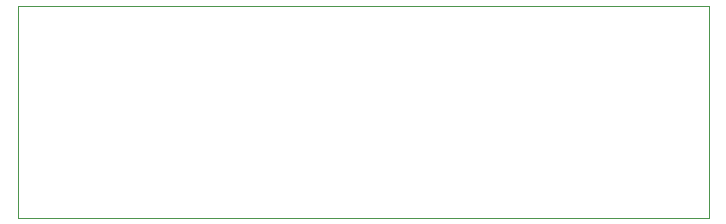
<source format=gbr>
%TF.GenerationSoftware,KiCad,Pcbnew,9.0.1*%
%TF.CreationDate,2025-04-24T23:24:54-04:00*%
%TF.ProjectId,can-nano-shield-rj45,63616e2d-6e61-46e6-9f2d-736869656c64,rev?*%
%TF.SameCoordinates,Original*%
%TF.FileFunction,Profile,NP*%
%FSLAX46Y46*%
G04 Gerber Fmt 4.6, Leading zero omitted, Abs format (unit mm)*
G04 Created by KiCad (PCBNEW 9.0.1) date 2025-04-24 23:24:54*
%MOMM*%
%LPD*%
G01*
G04 APERTURE LIST*
%TA.AperFunction,Profile*%
%ADD10C,0.050000*%
%TD*%
G04 APERTURE END LIST*
D10*
X111850000Y-83300000D02*
X170350000Y-83300000D01*
X170350000Y-101300000D01*
X111850000Y-101300000D01*
X111850000Y-83300000D01*
M02*

</source>
